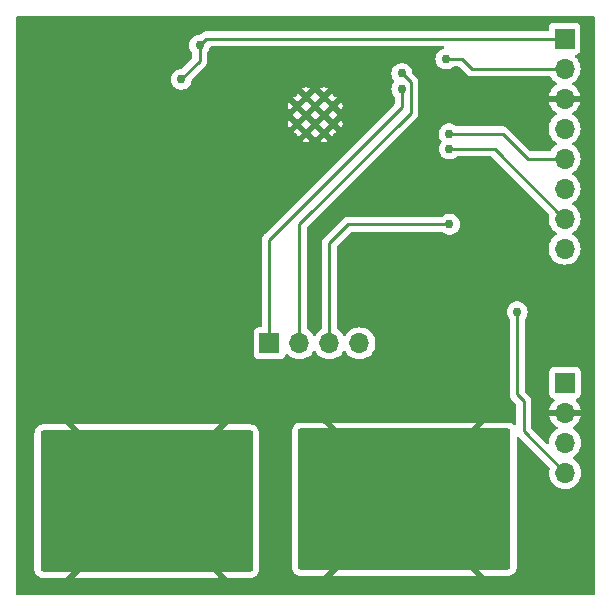
<source format=gbl>
%TF.GenerationSoftware,KiCad,Pcbnew,8.0.0*%
%TF.CreationDate,2024-12-08T13:18:30+05:30*%
%TF.ProjectId,RFID_1,52464944-5f31-42e6-9b69-6361645f7063,rev?*%
%TF.SameCoordinates,Original*%
%TF.FileFunction,Copper,L2,Bot*%
%TF.FilePolarity,Positive*%
%FSLAX46Y46*%
G04 Gerber Fmt 4.6, Leading zero omitted, Abs format (unit mm)*
G04 Created by KiCad (PCBNEW 8.0.0) date 2024-12-08 13:18:30*
%MOMM*%
%LPD*%
G01*
G04 APERTURE LIST*
G04 Aperture macros list*
%AMRoundRect*
0 Rectangle with rounded corners*
0 $1 Rounding radius*
0 $2 $3 $4 $5 $6 $7 $8 $9 X,Y pos of 4 corners*
0 Add a 4 corners polygon primitive as box body*
4,1,4,$2,$3,$4,$5,$6,$7,$8,$9,$2,$3,0*
0 Add four circle primitives for the rounded corners*
1,1,$1+$1,$2,$3*
1,1,$1+$1,$4,$5*
1,1,$1+$1,$6,$7*
1,1,$1+$1,$8,$9*
0 Add four rect primitives between the rounded corners*
20,1,$1+$1,$2,$3,$4,$5,0*
20,1,$1+$1,$4,$5,$6,$7,0*
20,1,$1+$1,$6,$7,$8,$9,0*
20,1,$1+$1,$8,$9,$2,$3,0*%
G04 Aperture macros list end*
%TA.AperFunction,ComponentPad*%
%ADD10R,1.700000X1.700000*%
%TD*%
%TA.AperFunction,ComponentPad*%
%ADD11O,1.700000X1.700000*%
%TD*%
%TA.AperFunction,HeatsinkPad*%
%ADD12C,0.600000*%
%TD*%
%TA.AperFunction,SMDPad,CuDef*%
%ADD13RoundRect,0.250000X8.750000X-5.750000X8.750000X5.750000X-8.750000X5.750000X-8.750000X-5.750000X0*%
%TD*%
%TA.AperFunction,ViaPad*%
%ADD14C,0.762000*%
%TD*%
%TA.AperFunction,Conductor*%
%ADD15C,0.254000*%
%TD*%
G04 APERTURE END LIST*
D10*
%TO.P,J3,1,Pin_1*%
%TO.N,/5V*%
X173990000Y-108534200D03*
D11*
%TO.P,J3,2,Pin_2*%
%TO.N,GND*%
X173990000Y-111074200D03*
%TO.P,J3,3,Pin_3*%
%TO.N,/12V*%
X173990000Y-113614200D03*
%TO.P,J3,4,Pin_4*%
%TO.N,Net-(J3-Pin_4)*%
X173990000Y-116154200D03*
%TD*%
D10*
%TO.P,J1,1,Pin_1*%
%TO.N,Net-(J1-Pin_1)*%
X148955600Y-105196800D03*
D11*
%TO.P,J1,2,Pin_2*%
%TO.N,Net-(J1-Pin_2)*%
X151495600Y-105196800D03*
%TO.P,J1,3,Pin_3*%
%TO.N,/BOOT*%
X154035600Y-105196800D03*
%TO.P,J1,4,Pin_4*%
%TO.N,/EN*%
X156575600Y-105196800D03*
%TD*%
D12*
%TO.P,U1,39,GND*%
%TO.N,GND*%
X151300200Y-85088900D03*
X151300200Y-86613900D03*
X152062700Y-84326400D03*
X152062700Y-85851400D03*
X152062700Y-87376400D03*
X152825200Y-85088900D03*
X152825200Y-86613900D03*
X153587700Y-84326400D03*
X153587700Y-85851400D03*
X153587700Y-87376400D03*
X154350200Y-85088900D03*
X154350200Y-86613900D03*
%TD*%
D10*
%TO.P,J2,1,Pin_1*%
%TO.N,VDD*%
X173939200Y-79400400D03*
D11*
%TO.P,J2,2,Pin_2*%
%TO.N,/RST*%
X173939200Y-81940400D03*
%TO.P,J2,3,Pin_3*%
%TO.N,GND*%
X173939200Y-84480400D03*
%TO.P,J2,4,Pin_4*%
%TO.N,/NC*%
X173939200Y-87020400D03*
%TO.P,J2,5,Pin_5*%
%TO.N,/MISO*%
X173939200Y-89560400D03*
%TO.P,J2,6,Pin_6*%
%TO.N,/MOSI*%
X173939200Y-92100400D03*
%TO.P,J2,7,Pin_7*%
%TO.N,/SCK*%
X173939200Y-94640400D03*
%TO.P,J2,8,Pin_8*%
%TO.N,/SDA*%
X173939200Y-97180400D03*
%TD*%
D13*
%TO.P,J5,1,Pin_1*%
%TO.N,GND*%
X138557000Y-118567200D03*
%TD*%
%TO.P,J4,1,Pin_1*%
%TO.N,GND*%
X160372700Y-118404400D03*
%TD*%
D14*
%TO.N,Net-(J3-Pin_4)*%
X169925000Y-102525000D03*
%TO.N,GND*%
X171450000Y-111125000D03*
X135890000Y-116840000D03*
X137160000Y-115570000D03*
X137160000Y-120650000D03*
X154962500Y-118125000D03*
X158772500Y-116855000D03*
X135890000Y-119380000D03*
X156232500Y-114315000D03*
X133350000Y-115570000D03*
X135890000Y-115570000D03*
X137160000Y-114300000D03*
X134620000Y-115570000D03*
X163830000Y-107950000D03*
X163500000Y-78450000D03*
X156232500Y-116855000D03*
X158772500Y-118125000D03*
X157502500Y-115585000D03*
X132080000Y-119380000D03*
X133350000Y-114300000D03*
X162175000Y-110875000D03*
X132080000Y-114300000D03*
X153692500Y-121935000D03*
X153692500Y-120665000D03*
X153692500Y-115585000D03*
X157502500Y-116855000D03*
X158772500Y-114315000D03*
X158772500Y-119395000D03*
X134620000Y-114300000D03*
X132080000Y-115570000D03*
X156232500Y-118125000D03*
X157502500Y-120665000D03*
X156232500Y-120665000D03*
X157502500Y-114315000D03*
X134620000Y-120650000D03*
X137160000Y-118110000D03*
X157502500Y-118125000D03*
X157502500Y-121935000D03*
X133350000Y-119380000D03*
X130810000Y-119380000D03*
X137160000Y-119380000D03*
X154962500Y-121935000D03*
X130810000Y-114300000D03*
X135890000Y-121920000D03*
X130810000Y-118110000D03*
X130810000Y-121920000D03*
X153692500Y-119395000D03*
X158772500Y-120665000D03*
X130810000Y-120650000D03*
X166370000Y-107950000D03*
X153692500Y-114315000D03*
X137160000Y-121920000D03*
X135890000Y-118110000D03*
X158772500Y-121935000D03*
X130810000Y-116840000D03*
X132080000Y-118110000D03*
X154962500Y-120665000D03*
X143075000Y-78600000D03*
X153692500Y-116855000D03*
X154962500Y-119395000D03*
X135890000Y-120650000D03*
X152422500Y-119395000D03*
X135890000Y-114300000D03*
X152422500Y-121935000D03*
X134620000Y-116840000D03*
X133350000Y-120650000D03*
X134620000Y-121920000D03*
X153692500Y-118125000D03*
X157502500Y-119395000D03*
X132080000Y-121920000D03*
X152422500Y-114315000D03*
X132080000Y-120650000D03*
X152422500Y-120665000D03*
X137160000Y-116840000D03*
X156232500Y-121935000D03*
X171450000Y-84575000D03*
X152422500Y-118125000D03*
X152422500Y-115585000D03*
X154962500Y-116855000D03*
X158772500Y-115585000D03*
X133350000Y-118110000D03*
X156232500Y-115585000D03*
X156232500Y-119395000D03*
X130810000Y-115570000D03*
X134620000Y-118110000D03*
X132080000Y-116840000D03*
X152422500Y-116855000D03*
X154962500Y-115585000D03*
X134620000Y-119380000D03*
X133350000Y-121920000D03*
X133350000Y-116840000D03*
X154962500Y-114315000D03*
%TO.N,VDD*%
X143052800Y-79959200D03*
X141478000Y-82854800D03*
%TO.N,Net-(J1-Pin_2)*%
X160172400Y-82346800D03*
%TO.N,Net-(J1-Pin_1)*%
X160172400Y-83667600D03*
%TO.N,/BOOT*%
X164185600Y-95123000D03*
%TO.N,/SCK*%
X164185600Y-88747600D03*
%TO.N,/MISO*%
X164160200Y-87452200D03*
%TO.N,/RST*%
X163900000Y-81125000D03*
%TD*%
D15*
%TO.N,Net-(J3-Pin_4)*%
X170475000Y-110075000D02*
X170475000Y-112639200D01*
X169925000Y-102525000D02*
X169925000Y-109525000D01*
X169925000Y-109525000D02*
X170475000Y-110075000D01*
X170475000Y-112639200D02*
X173990000Y-116154200D01*
%TO.N,GND*%
X173990000Y-111074200D02*
X171500800Y-111074200D01*
X171500800Y-111074200D02*
X171450000Y-111125000D01*
X171544600Y-84480400D02*
X171450000Y-84575000D01*
X162175000Y-110875000D02*
X162175000Y-108425000D01*
X162175000Y-108425000D02*
X161800000Y-108050000D01*
X173939200Y-84480400D02*
X171544600Y-84480400D01*
%TO.N,VDD*%
X173939200Y-79400400D02*
X143611600Y-79400400D01*
X143611600Y-79400400D02*
X143052800Y-79959200D01*
X143052800Y-79959200D02*
X143052800Y-81280000D01*
X143052800Y-81280000D02*
X141478000Y-82854800D01*
%TO.N,Net-(J1-Pin_2)*%
X160934400Y-85665600D02*
X151495600Y-95104400D01*
X160934400Y-83108800D02*
X160934400Y-85665600D01*
X151495600Y-95104400D02*
X151495600Y-105196800D01*
X160172400Y-82346800D02*
X160934400Y-83108800D01*
%TO.N,Net-(J1-Pin_1)*%
X160172400Y-83667600D02*
X160172400Y-85202600D01*
X160172400Y-85202600D02*
X148955600Y-96419400D01*
X148955600Y-96419400D02*
X148955600Y-105196800D01*
%TO.N,/BOOT*%
X164185600Y-95123000D02*
X155602000Y-95123000D01*
X154035600Y-96689400D02*
X154035600Y-105196800D01*
X155602000Y-95123000D02*
X154035600Y-96689400D01*
%TO.N,/SCK*%
X168022600Y-88747600D02*
X173915400Y-94640400D01*
X173915400Y-94640400D02*
X173939200Y-94640400D01*
X164185600Y-88747600D02*
X168022600Y-88747600D01*
%TO.N,/MISO*%
X168702200Y-87452200D02*
X170810400Y-89560400D01*
X164160200Y-87452200D02*
X168702200Y-87452200D01*
X170810400Y-89560400D02*
X173939200Y-89560400D01*
%TO.N,/RST*%
X163900000Y-81125000D02*
X165250000Y-81125000D01*
X166065400Y-81940400D02*
X173939200Y-81940400D01*
X165250000Y-81125000D02*
X166065400Y-81940400D01*
%TD*%
%TA.AperFunction,Conductor*%
%TO.N,GND*%
G36*
X176442439Y-77520285D02*
G01*
X176488194Y-77573089D01*
X176499400Y-77624600D01*
X176499400Y-126375500D01*
X176479715Y-126442539D01*
X176426911Y-126488294D01*
X176375400Y-126499500D01*
X127624500Y-126499500D01*
X127557461Y-126479815D01*
X127511706Y-126427011D01*
X127500500Y-126375500D01*
X127500500Y-124367171D01*
X129057000Y-124367171D01*
X129057001Y-124367187D01*
X129067494Y-124469897D01*
X129122641Y-124636319D01*
X129122643Y-124636324D01*
X129214684Y-124785545D01*
X129338654Y-124909515D01*
X129487875Y-125001556D01*
X129487880Y-125001558D01*
X129654302Y-125056705D01*
X129654309Y-125056706D01*
X129757019Y-125067199D01*
X131703446Y-125067199D01*
X131703447Y-125067198D01*
X132410552Y-125067198D01*
X132410553Y-125067199D01*
X144703446Y-125067199D01*
X144703446Y-125067198D01*
X138557000Y-118920753D01*
X132410552Y-125067198D01*
X131703447Y-125067198D01*
X138203445Y-118567200D01*
X138910553Y-118567200D01*
X145410552Y-125067199D01*
X147356972Y-125067199D01*
X147356986Y-125067198D01*
X147459697Y-125056705D01*
X147626119Y-125001558D01*
X147626124Y-125001556D01*
X147775345Y-124909515D01*
X147899315Y-124785545D01*
X147991356Y-124636324D01*
X147991358Y-124636319D01*
X148046505Y-124469897D01*
X148046506Y-124469890D01*
X148056999Y-124367186D01*
X148056999Y-124204371D01*
X150872700Y-124204371D01*
X150872701Y-124204387D01*
X150883194Y-124307097D01*
X150938341Y-124473519D01*
X150938343Y-124473524D01*
X151030384Y-124622745D01*
X151154354Y-124746715D01*
X151303575Y-124838756D01*
X151303580Y-124838758D01*
X151470002Y-124893905D01*
X151470009Y-124893906D01*
X151572719Y-124904399D01*
X153519146Y-124904399D01*
X153519147Y-124904398D01*
X154226252Y-124904398D01*
X154226253Y-124904399D01*
X166519146Y-124904399D01*
X166519146Y-124904398D01*
X160372700Y-118757953D01*
X154226252Y-124904398D01*
X153519147Y-124904398D01*
X160019147Y-118404400D01*
X160726253Y-118404400D01*
X167226252Y-124904399D01*
X169172672Y-124904399D01*
X169172686Y-124904398D01*
X169275397Y-124893905D01*
X169441819Y-124838758D01*
X169441824Y-124838756D01*
X169591045Y-124746715D01*
X169715015Y-124622745D01*
X169807056Y-124473524D01*
X169807058Y-124473519D01*
X169862205Y-124307097D01*
X169862206Y-124307090D01*
X169872699Y-124204386D01*
X169872699Y-113223680D01*
X169892384Y-113156641D01*
X169945188Y-113110886D01*
X170014346Y-113100942D01*
X170077902Y-113129967D01*
X170084380Y-113135999D01*
X172649164Y-115700783D01*
X172682649Y-115762106D01*
X172681258Y-115820556D01*
X172654939Y-115918783D01*
X172654936Y-115918796D01*
X172634341Y-116154199D01*
X172634341Y-116154200D01*
X172654936Y-116389603D01*
X172654938Y-116389613D01*
X172716094Y-116617855D01*
X172716096Y-116617859D01*
X172716097Y-116617863D01*
X172815965Y-116832030D01*
X172815967Y-116832034D01*
X172924281Y-116986721D01*
X172951505Y-117025601D01*
X173118599Y-117192695D01*
X173215384Y-117260465D01*
X173312165Y-117328232D01*
X173312167Y-117328233D01*
X173312170Y-117328235D01*
X173526337Y-117428103D01*
X173754592Y-117489263D01*
X173942918Y-117505739D01*
X173989999Y-117509859D01*
X173990000Y-117509859D01*
X173990001Y-117509859D01*
X174029234Y-117506426D01*
X174225408Y-117489263D01*
X174453663Y-117428103D01*
X174667830Y-117328235D01*
X174861401Y-117192695D01*
X175028495Y-117025601D01*
X175164035Y-116832030D01*
X175263903Y-116617863D01*
X175325063Y-116389608D01*
X175345659Y-116154200D01*
X175325063Y-115918792D01*
X175263903Y-115690537D01*
X175164035Y-115476371D01*
X175028495Y-115282799D01*
X175028494Y-115282797D01*
X174861402Y-115115706D01*
X174861396Y-115115701D01*
X174675842Y-114985775D01*
X174632217Y-114931198D01*
X174625023Y-114861700D01*
X174656546Y-114799345D01*
X174675842Y-114782625D01*
X174698026Y-114767091D01*
X174861401Y-114652695D01*
X175028495Y-114485601D01*
X175164035Y-114292030D01*
X175263903Y-114077863D01*
X175325063Y-113849608D01*
X175345659Y-113614200D01*
X175325063Y-113378792D01*
X175263903Y-113150537D01*
X175164035Y-112936371D01*
X175140658Y-112902984D01*
X175028494Y-112742797D01*
X174861402Y-112575706D01*
X174861401Y-112575705D01*
X174675405Y-112445469D01*
X174631781Y-112390892D01*
X174624588Y-112321393D01*
X174656110Y-112259039D01*
X174675405Y-112242319D01*
X174861082Y-112112305D01*
X175028105Y-111945282D01*
X175163600Y-111751778D01*
X175263429Y-111537692D01*
X175263432Y-111537686D01*
X175320636Y-111324200D01*
X174423012Y-111324200D01*
X174455925Y-111267193D01*
X174490000Y-111140026D01*
X174490000Y-111008374D01*
X174455925Y-110881207D01*
X174423012Y-110824200D01*
X175320636Y-110824200D01*
X175320635Y-110824199D01*
X175263432Y-110610713D01*
X175263429Y-110610707D01*
X175163600Y-110396622D01*
X175163599Y-110396620D01*
X175028113Y-110203126D01*
X175028108Y-110203120D01*
X174906053Y-110081065D01*
X174872568Y-110019742D01*
X174877552Y-109950050D01*
X174919424Y-109894117D01*
X174950400Y-109877202D01*
X175082331Y-109827996D01*
X175197546Y-109741746D01*
X175283796Y-109626531D01*
X175334091Y-109491683D01*
X175340500Y-109432073D01*
X175340499Y-107636328D01*
X175334091Y-107576717D01*
X175283796Y-107441869D01*
X175283795Y-107441868D01*
X175283793Y-107441864D01*
X175197547Y-107326655D01*
X175197544Y-107326652D01*
X175082335Y-107240406D01*
X175082328Y-107240402D01*
X174947482Y-107190108D01*
X174947483Y-107190108D01*
X174887883Y-107183701D01*
X174887881Y-107183700D01*
X174887873Y-107183700D01*
X174887864Y-107183700D01*
X173092129Y-107183700D01*
X173092123Y-107183701D01*
X173032516Y-107190108D01*
X172897671Y-107240402D01*
X172897664Y-107240406D01*
X172782455Y-107326652D01*
X172782452Y-107326655D01*
X172696206Y-107441864D01*
X172696202Y-107441871D01*
X172645908Y-107576717D01*
X172639501Y-107636316D01*
X172639501Y-107636323D01*
X172639500Y-107636335D01*
X172639500Y-109432070D01*
X172639501Y-109432076D01*
X172645908Y-109491683D01*
X172696202Y-109626528D01*
X172696206Y-109626535D01*
X172782452Y-109741744D01*
X172782455Y-109741747D01*
X172897664Y-109827993D01*
X172897671Y-109827997D01*
X172897674Y-109827998D01*
X173029598Y-109877202D01*
X173085531Y-109919073D01*
X173109949Y-109984537D01*
X173095098Y-110052810D01*
X173073947Y-110081065D01*
X172951886Y-110203126D01*
X172816400Y-110396620D01*
X172816399Y-110396622D01*
X172716570Y-110610707D01*
X172716567Y-110610713D01*
X172659364Y-110824199D01*
X172659364Y-110824200D01*
X173556988Y-110824200D01*
X173524075Y-110881207D01*
X173490000Y-111008374D01*
X173490000Y-111140026D01*
X173524075Y-111267193D01*
X173556988Y-111324200D01*
X172659364Y-111324200D01*
X172716567Y-111537686D01*
X172716570Y-111537692D01*
X172816399Y-111751778D01*
X172951894Y-111945282D01*
X173118917Y-112112305D01*
X173304595Y-112242319D01*
X173348219Y-112296896D01*
X173355412Y-112366395D01*
X173323890Y-112428749D01*
X173304595Y-112445469D01*
X173118594Y-112575708D01*
X172951505Y-112742797D01*
X172815965Y-112936369D01*
X172815964Y-112936371D01*
X172716098Y-113150535D01*
X172716094Y-113150544D01*
X172654938Y-113378786D01*
X172654936Y-113378796D01*
X172633869Y-113619594D01*
X172632086Y-113619438D01*
X172614656Y-113678799D01*
X172561852Y-113724554D01*
X172492694Y-113734498D01*
X172429138Y-113705473D01*
X172422660Y-113699441D01*
X171138819Y-112415600D01*
X171105334Y-112354277D01*
X171102500Y-112327919D01*
X171102500Y-110013194D01*
X171078386Y-109891970D01*
X171078385Y-109891969D01*
X171078385Y-109891965D01*
X171031083Y-109777767D01*
X170984490Y-109708035D01*
X170984490Y-109708034D01*
X170962409Y-109674988D01*
X170588819Y-109301398D01*
X170555334Y-109240075D01*
X170552500Y-109213717D01*
X170552500Y-103193071D01*
X170572185Y-103126032D01*
X170584350Y-103110099D01*
X170642077Y-103045987D01*
X170734726Y-102885513D01*
X170791987Y-102709284D01*
X170811356Y-102525000D01*
X170791987Y-102340716D01*
X170734726Y-102164487D01*
X170642077Y-102004013D01*
X170593514Y-101950078D01*
X170518093Y-101866313D01*
X170518090Y-101866311D01*
X170518089Y-101866310D01*
X170518088Y-101866309D01*
X170368178Y-101757393D01*
X170368177Y-101757392D01*
X170198904Y-101682026D01*
X170198896Y-101682024D01*
X170017649Y-101643500D01*
X169832351Y-101643500D01*
X169651103Y-101682024D01*
X169651095Y-101682026D01*
X169481822Y-101757392D01*
X169331909Y-101866311D01*
X169331906Y-101866313D01*
X169207922Y-102004014D01*
X169115274Y-102164485D01*
X169058014Y-102340711D01*
X169058013Y-102340713D01*
X169038644Y-102525000D01*
X169058013Y-102709286D01*
X169058014Y-102709288D01*
X169115274Y-102885514D01*
X169207921Y-103045985D01*
X169265650Y-103110099D01*
X169295880Y-103173090D01*
X169297500Y-103193071D01*
X169297500Y-109586807D01*
X169321612Y-109708028D01*
X169321615Y-109708038D01*
X169335578Y-109741747D01*
X169368915Y-109822229D01*
X169368920Y-109822239D01*
X169437588Y-109925007D01*
X169437591Y-109925011D01*
X169811181Y-110298600D01*
X169844666Y-110359923D01*
X169847500Y-110386281D01*
X169847500Y-112019177D01*
X169827815Y-112086216D01*
X169775011Y-112131971D01*
X169705853Y-112141915D01*
X169642297Y-112112890D01*
X169635819Y-112106858D01*
X169591045Y-112062084D01*
X169441824Y-111970043D01*
X169441819Y-111970041D01*
X169275397Y-111914894D01*
X169275390Y-111914893D01*
X169172686Y-111904400D01*
X167226251Y-111904400D01*
X160726253Y-118404399D01*
X160726253Y-118404400D01*
X160019147Y-118404400D01*
X153519147Y-111904400D01*
X154226252Y-111904400D01*
X160372699Y-118050847D01*
X166519146Y-111904400D01*
X154226252Y-111904400D01*
X153519147Y-111904400D01*
X151572728Y-111904400D01*
X151572712Y-111904401D01*
X151470002Y-111914894D01*
X151303580Y-111970041D01*
X151303575Y-111970043D01*
X151154354Y-112062084D01*
X151030384Y-112186054D01*
X150938343Y-112335275D01*
X150938341Y-112335280D01*
X150883194Y-112501702D01*
X150883193Y-112501709D01*
X150872700Y-112604413D01*
X150872700Y-124204371D01*
X148056999Y-124204371D01*
X148056999Y-112767228D01*
X148056998Y-112767212D01*
X148046505Y-112664502D01*
X147991358Y-112498080D01*
X147991356Y-112498075D01*
X147899315Y-112348854D01*
X147775345Y-112224884D01*
X147626124Y-112132843D01*
X147626119Y-112132841D01*
X147459697Y-112077694D01*
X147459690Y-112077693D01*
X147356986Y-112067200D01*
X145410551Y-112067200D01*
X138910553Y-118567199D01*
X138910553Y-118567200D01*
X138203445Y-118567200D01*
X138203446Y-118567199D01*
X131703447Y-112067200D01*
X132410552Y-112067200D01*
X138556999Y-118213647D01*
X144703446Y-112067200D01*
X132410552Y-112067200D01*
X131703447Y-112067200D01*
X129757028Y-112067200D01*
X129757012Y-112067201D01*
X129654302Y-112077694D01*
X129487880Y-112132841D01*
X129487875Y-112132843D01*
X129338654Y-112224884D01*
X129214684Y-112348854D01*
X129122643Y-112498075D01*
X129122641Y-112498080D01*
X129067494Y-112664502D01*
X129067493Y-112664509D01*
X129057000Y-112767213D01*
X129057000Y-124367171D01*
X127500500Y-124367171D01*
X127500500Y-106094670D01*
X147605100Y-106094670D01*
X147605101Y-106094676D01*
X147611508Y-106154283D01*
X147661802Y-106289128D01*
X147661806Y-106289135D01*
X147748052Y-106404344D01*
X147748055Y-106404347D01*
X147863264Y-106490593D01*
X147863271Y-106490597D01*
X147998117Y-106540891D01*
X147998116Y-106540891D01*
X148005044Y-106541635D01*
X148057727Y-106547300D01*
X149853472Y-106547299D01*
X149913083Y-106540891D01*
X150047931Y-106490596D01*
X150163146Y-106404346D01*
X150249396Y-106289131D01*
X150298410Y-106157716D01*
X150340281Y-106101784D01*
X150405745Y-106077366D01*
X150474018Y-106092217D01*
X150502273Y-106113369D01*
X150624199Y-106235295D01*
X150720984Y-106303065D01*
X150817765Y-106370832D01*
X150817767Y-106370833D01*
X150817770Y-106370835D01*
X151031937Y-106470703D01*
X151260192Y-106531863D01*
X151436634Y-106547300D01*
X151495599Y-106552459D01*
X151495600Y-106552459D01*
X151495601Y-106552459D01*
X151554566Y-106547300D01*
X151731008Y-106531863D01*
X151959263Y-106470703D01*
X152173430Y-106370835D01*
X152367001Y-106235295D01*
X152534095Y-106068201D01*
X152664025Y-105882642D01*
X152718602Y-105839017D01*
X152788100Y-105831823D01*
X152850455Y-105863346D01*
X152867175Y-105882642D01*
X152997100Y-106068195D01*
X152997105Y-106068201D01*
X153164199Y-106235295D01*
X153260984Y-106303065D01*
X153357765Y-106370832D01*
X153357767Y-106370833D01*
X153357770Y-106370835D01*
X153571937Y-106470703D01*
X153800192Y-106531863D01*
X153976634Y-106547300D01*
X154035599Y-106552459D01*
X154035600Y-106552459D01*
X154035601Y-106552459D01*
X154094566Y-106547300D01*
X154271008Y-106531863D01*
X154499263Y-106470703D01*
X154713430Y-106370835D01*
X154907001Y-106235295D01*
X155074095Y-106068201D01*
X155204025Y-105882642D01*
X155258602Y-105839017D01*
X155328100Y-105831823D01*
X155390455Y-105863346D01*
X155407175Y-105882642D01*
X155537100Y-106068195D01*
X155537105Y-106068201D01*
X155704199Y-106235295D01*
X155800984Y-106303065D01*
X155897765Y-106370832D01*
X155897767Y-106370833D01*
X155897770Y-106370835D01*
X156111937Y-106470703D01*
X156340192Y-106531863D01*
X156516634Y-106547300D01*
X156575599Y-106552459D01*
X156575600Y-106552459D01*
X156575601Y-106552459D01*
X156634566Y-106547300D01*
X156811008Y-106531863D01*
X157039263Y-106470703D01*
X157253430Y-106370835D01*
X157447001Y-106235295D01*
X157614095Y-106068201D01*
X157749635Y-105874630D01*
X157849503Y-105660463D01*
X157910663Y-105432208D01*
X157931259Y-105196800D01*
X157910663Y-104961392D01*
X157849503Y-104733137D01*
X157749635Y-104518971D01*
X157744025Y-104510958D01*
X157614094Y-104325397D01*
X157447002Y-104158306D01*
X157446995Y-104158301D01*
X157253434Y-104022767D01*
X157253430Y-104022765D01*
X157253428Y-104022764D01*
X157039263Y-103922897D01*
X157039259Y-103922896D01*
X157039255Y-103922894D01*
X156811013Y-103861738D01*
X156811003Y-103861736D01*
X156575601Y-103841141D01*
X156575599Y-103841141D01*
X156340196Y-103861736D01*
X156340186Y-103861738D01*
X156111944Y-103922894D01*
X156111935Y-103922898D01*
X155897771Y-104022764D01*
X155897769Y-104022765D01*
X155704197Y-104158305D01*
X155537105Y-104325397D01*
X155407175Y-104510958D01*
X155352598Y-104554583D01*
X155283100Y-104561777D01*
X155220745Y-104530254D01*
X155204025Y-104510958D01*
X155074094Y-104325397D01*
X154907002Y-104158306D01*
X154907001Y-104158305D01*
X154715976Y-104024548D01*
X154672352Y-103969971D01*
X154663100Y-103922973D01*
X154663100Y-97000681D01*
X154682785Y-96933642D01*
X154699419Y-96913000D01*
X155825600Y-95786819D01*
X155886923Y-95753334D01*
X155913281Y-95750500D01*
X163510272Y-95750500D01*
X163577311Y-95770185D01*
X163589783Y-95779708D01*
X163742422Y-95890607D01*
X163911695Y-95965973D01*
X163911698Y-95965973D01*
X163911701Y-95965975D01*
X164092951Y-96004500D01*
X164278249Y-96004500D01*
X164459499Y-95965975D01*
X164459502Y-95965973D01*
X164459504Y-95965973D01*
X164516522Y-95940586D01*
X164628778Y-95890607D01*
X164778688Y-95781691D01*
X164780474Y-95779708D01*
X164806772Y-95750500D01*
X164902677Y-95643987D01*
X164995326Y-95483513D01*
X165052587Y-95307284D01*
X165071956Y-95123000D01*
X165052587Y-94938716D01*
X164995326Y-94762487D01*
X164902677Y-94602013D01*
X164828484Y-94519613D01*
X164778693Y-94464313D01*
X164778690Y-94464311D01*
X164778689Y-94464310D01*
X164778688Y-94464309D01*
X164628778Y-94355393D01*
X164628777Y-94355392D01*
X164459504Y-94280026D01*
X164459496Y-94280024D01*
X164278249Y-94241500D01*
X164092951Y-94241500D01*
X163911703Y-94280024D01*
X163911695Y-94280026D01*
X163742422Y-94355392D01*
X163674149Y-94404996D01*
X163592512Y-94464309D01*
X163592510Y-94464310D01*
X163587255Y-94468129D01*
X163586390Y-94466938D01*
X163530253Y-94493880D01*
X163510272Y-94495500D01*
X155540195Y-94495500D01*
X155418970Y-94519613D01*
X155418960Y-94519616D01*
X155304773Y-94566913D01*
X155304761Y-94566920D01*
X155229829Y-94616989D01*
X155229828Y-94616990D01*
X155201989Y-94635590D01*
X155201988Y-94635591D01*
X154023146Y-95814435D01*
X153635592Y-96201989D01*
X153601219Y-96236362D01*
X153548186Y-96289394D01*
X153548185Y-96289396D01*
X153478833Y-96393189D01*
X153477186Y-96397793D01*
X153432214Y-96506364D01*
X153432214Y-96506365D01*
X153413105Y-96602435D01*
X153413105Y-96602437D01*
X153408100Y-96627596D01*
X153408100Y-103922973D01*
X153388415Y-103990012D01*
X153355224Y-104024548D01*
X153164194Y-104158308D01*
X152997105Y-104325397D01*
X152867175Y-104510958D01*
X152812598Y-104554583D01*
X152743100Y-104561777D01*
X152680745Y-104530254D01*
X152664025Y-104510958D01*
X152534094Y-104325397D01*
X152367002Y-104158306D01*
X152367001Y-104158305D01*
X152175976Y-104024548D01*
X152132352Y-103969971D01*
X152123100Y-103922973D01*
X152123100Y-95415681D01*
X152142785Y-95348642D01*
X152159419Y-95328000D01*
X161421809Y-86065610D01*
X161421811Y-86065608D01*
X161452352Y-86019900D01*
X161490483Y-85962833D01*
X161504337Y-85929384D01*
X161537786Y-85848635D01*
X161561900Y-85727403D01*
X161561900Y-85603797D01*
X161561900Y-83046997D01*
X161553644Y-83005491D01*
X161537786Y-82925766D01*
X161508391Y-82854800D01*
X161490483Y-82811567D01*
X161490481Y-82811564D01*
X161490479Y-82811560D01*
X161421812Y-82708793D01*
X161383530Y-82670511D01*
X161334408Y-82621389D01*
X161089680Y-82376661D01*
X161056195Y-82315338D01*
X161054042Y-82301959D01*
X161039387Y-82162516D01*
X160982126Y-81986287D01*
X160971552Y-81967973D01*
X160928040Y-81892607D01*
X160889477Y-81825813D01*
X160840914Y-81771878D01*
X160765493Y-81688113D01*
X160765490Y-81688111D01*
X160765489Y-81688110D01*
X160765488Y-81688109D01*
X160615578Y-81579193D01*
X160615577Y-81579192D01*
X160446304Y-81503826D01*
X160446296Y-81503824D01*
X160265049Y-81465300D01*
X160079751Y-81465300D01*
X159898503Y-81503824D01*
X159898495Y-81503826D01*
X159729222Y-81579192D01*
X159579309Y-81688111D01*
X159579306Y-81688113D01*
X159455322Y-81825814D01*
X159362674Y-81986285D01*
X159305414Y-82162511D01*
X159305413Y-82162513D01*
X159286044Y-82346800D01*
X159305413Y-82531086D01*
X159305414Y-82531088D01*
X159362674Y-82707314D01*
X159436418Y-82835042D01*
X159455323Y-82867787D01*
X159506143Y-82924228D01*
X159536372Y-82987220D01*
X159527746Y-83056555D01*
X159506143Y-83090170D01*
X159455323Y-83146613D01*
X159455321Y-83146614D01*
X159455320Y-83146617D01*
X159362674Y-83307085D01*
X159305414Y-83483311D01*
X159305413Y-83483313D01*
X159286044Y-83667600D01*
X159305413Y-83851886D01*
X159305414Y-83851888D01*
X159362674Y-84028114D01*
X159455321Y-84188585D01*
X159513050Y-84252699D01*
X159543280Y-84315690D01*
X159544900Y-84335671D01*
X159544900Y-84891319D01*
X159525215Y-84958358D01*
X159508581Y-84979000D01*
X148555592Y-95931989D01*
X148530183Y-95957398D01*
X148468186Y-96019394D01*
X148468185Y-96019396D01*
X148398833Y-96123189D01*
X148397186Y-96127793D01*
X148352215Y-96236362D01*
X148352212Y-96236372D01*
X148337766Y-96309000D01*
X148337766Y-96309001D01*
X148328100Y-96357594D01*
X148328100Y-103722300D01*
X148308415Y-103789339D01*
X148255611Y-103835094D01*
X148204101Y-103846300D01*
X148057730Y-103846300D01*
X148057723Y-103846301D01*
X147998116Y-103852708D01*
X147863271Y-103903002D01*
X147863264Y-103903006D01*
X147748055Y-103989252D01*
X147748052Y-103989255D01*
X147661806Y-104104464D01*
X147661802Y-104104471D01*
X147611508Y-104239317D01*
X147605101Y-104298916D01*
X147605100Y-104298935D01*
X147605100Y-106094670D01*
X127500500Y-106094670D01*
X127500500Y-88093061D01*
X151699592Y-88093061D01*
X151713392Y-88101733D01*
X151713391Y-88101733D01*
X151883561Y-88161278D01*
X152062697Y-88181462D01*
X152062703Y-88181462D01*
X152241838Y-88161278D01*
X152241841Y-88161277D01*
X152412005Y-88101734D01*
X152412006Y-88101734D01*
X152425806Y-88093061D01*
X153224592Y-88093061D01*
X153238392Y-88101733D01*
X153238391Y-88101733D01*
X153408561Y-88161278D01*
X153587697Y-88181462D01*
X153587703Y-88181462D01*
X153766838Y-88161278D01*
X153766841Y-88161277D01*
X153937005Y-88101734D01*
X153937006Y-88101734D01*
X153950806Y-88093061D01*
X153950806Y-88093060D01*
X153587701Y-87729953D01*
X153587700Y-87729953D01*
X153224592Y-88093060D01*
X153224592Y-88093061D01*
X152425806Y-88093061D01*
X152425806Y-88093060D01*
X152062701Y-87729953D01*
X152062700Y-87729953D01*
X151699592Y-88093060D01*
X151699592Y-88093061D01*
X127500500Y-88093061D01*
X127500500Y-87330561D01*
X150937092Y-87330561D01*
X150950892Y-87339233D01*
X150950891Y-87339233D01*
X151121061Y-87398778D01*
X151163682Y-87403580D01*
X151228096Y-87430646D01*
X151267651Y-87488240D01*
X151273019Y-87512915D01*
X151277821Y-87555538D01*
X151337365Y-87725704D01*
X151346038Y-87739507D01*
X151689255Y-87396291D01*
X151962700Y-87396291D01*
X151977924Y-87433045D01*
X152006055Y-87461176D01*
X152042809Y-87476400D01*
X152082591Y-87476400D01*
X152119345Y-87461176D01*
X152147476Y-87433045D01*
X152162700Y-87396291D01*
X152162700Y-87376400D01*
X152416253Y-87376400D01*
X152779360Y-87739506D01*
X152811322Y-87735906D01*
X152839085Y-87735907D01*
X152871038Y-87739507D01*
X153214255Y-87396291D01*
X153487700Y-87396291D01*
X153502924Y-87433045D01*
X153531055Y-87461176D01*
X153567809Y-87476400D01*
X153607591Y-87476400D01*
X153644345Y-87461176D01*
X153672476Y-87433045D01*
X153687700Y-87396291D01*
X153687700Y-87376399D01*
X153941254Y-87376399D01*
X154304360Y-87739506D01*
X154304361Y-87739506D01*
X154313034Y-87725706D01*
X154313034Y-87725705D01*
X154372578Y-87555539D01*
X154377380Y-87512918D01*
X154404446Y-87448503D01*
X154462040Y-87408948D01*
X154486718Y-87403580D01*
X154529339Y-87398778D01*
X154699505Y-87339234D01*
X154699506Y-87339234D01*
X154713306Y-87330561D01*
X154713306Y-87330560D01*
X154350200Y-86967453D01*
X154297255Y-87020399D01*
X154297254Y-87020400D01*
X153941254Y-87376399D01*
X153687700Y-87376399D01*
X153687700Y-87356509D01*
X153672476Y-87319755D01*
X153644345Y-87291624D01*
X153607591Y-87276400D01*
X153567809Y-87276400D01*
X153531055Y-87291624D01*
X153502924Y-87319755D01*
X153487700Y-87356509D01*
X153487700Y-87396291D01*
X153214255Y-87396291D01*
X153234146Y-87376400D01*
X152878145Y-87020399D01*
X152825200Y-86967453D01*
X152772255Y-87020399D01*
X152772254Y-87020400D01*
X152416253Y-87376400D01*
X152162700Y-87376400D01*
X152162700Y-87356509D01*
X152147476Y-87319755D01*
X152119345Y-87291624D01*
X152082591Y-87276400D01*
X152042809Y-87276400D01*
X152006055Y-87291624D01*
X151977924Y-87319755D01*
X151962700Y-87356509D01*
X151962700Y-87396291D01*
X151689255Y-87396291D01*
X151709146Y-87376400D01*
X151300199Y-86967453D01*
X151300198Y-86967453D01*
X150937092Y-87330560D01*
X150937092Y-87330561D01*
X127500500Y-87330561D01*
X127500500Y-86613902D01*
X150495138Y-86613902D01*
X150515321Y-86793038D01*
X150574865Y-86963204D01*
X150583538Y-86977007D01*
X150926755Y-86633791D01*
X151200200Y-86633791D01*
X151215424Y-86670545D01*
X151243555Y-86698676D01*
X151280309Y-86713900D01*
X151320091Y-86713900D01*
X151356845Y-86698676D01*
X151384976Y-86670545D01*
X151400200Y-86633791D01*
X151400200Y-86613899D01*
X151653753Y-86613899D01*
X152062700Y-87022846D01*
X152451755Y-86633791D01*
X152725200Y-86633791D01*
X152740424Y-86670545D01*
X152768555Y-86698676D01*
X152805309Y-86713900D01*
X152845091Y-86713900D01*
X152881845Y-86698676D01*
X152909976Y-86670545D01*
X152925200Y-86633791D01*
X152925200Y-86613899D01*
X153178753Y-86613899D01*
X153587700Y-87022846D01*
X153976755Y-86633791D01*
X154250200Y-86633791D01*
X154265424Y-86670545D01*
X154293555Y-86698676D01*
X154330309Y-86713900D01*
X154370091Y-86713900D01*
X154406845Y-86698676D01*
X154434976Y-86670545D01*
X154450200Y-86633791D01*
X154450200Y-86613900D01*
X154703753Y-86613900D01*
X155066860Y-86977006D01*
X155066861Y-86977006D01*
X155075534Y-86963206D01*
X155075534Y-86963205D01*
X155135077Y-86793041D01*
X155135078Y-86793038D01*
X155155262Y-86613902D01*
X155155262Y-86613897D01*
X155135078Y-86434761D01*
X155075533Y-86264592D01*
X155066861Y-86250792D01*
X155066860Y-86250792D01*
X154703753Y-86613900D01*
X154450200Y-86613900D01*
X154450200Y-86594009D01*
X154434976Y-86557255D01*
X154406845Y-86529124D01*
X154370091Y-86513900D01*
X154330309Y-86513900D01*
X154293555Y-86529124D01*
X154265424Y-86557255D01*
X154250200Y-86594009D01*
X154250200Y-86633791D01*
X153976755Y-86633791D01*
X153996646Y-86613900D01*
X153643092Y-86260346D01*
X153587700Y-86204953D01*
X153532308Y-86260346D01*
X153532307Y-86260347D01*
X153178753Y-86613899D01*
X152925200Y-86613899D01*
X152925200Y-86594009D01*
X152909976Y-86557255D01*
X152881845Y-86529124D01*
X152845091Y-86513900D01*
X152805309Y-86513900D01*
X152768555Y-86529124D01*
X152740424Y-86557255D01*
X152725200Y-86594009D01*
X152725200Y-86633791D01*
X152451755Y-86633791D01*
X152471646Y-86613900D01*
X152118092Y-86260346D01*
X152062700Y-86204953D01*
X152007308Y-86260346D01*
X152007307Y-86260347D01*
X151653753Y-86613899D01*
X151400200Y-86613899D01*
X151400200Y-86594009D01*
X151384976Y-86557255D01*
X151356845Y-86529124D01*
X151320091Y-86513900D01*
X151280309Y-86513900D01*
X151243555Y-86529124D01*
X151215424Y-86557255D01*
X151200200Y-86594009D01*
X151200200Y-86633791D01*
X150926755Y-86633791D01*
X150946646Y-86613900D01*
X150946646Y-86613899D01*
X150583538Y-86250791D01*
X150583537Y-86250791D01*
X150574867Y-86264591D01*
X150574862Y-86264601D01*
X150515322Y-86434758D01*
X150515321Y-86434761D01*
X150495138Y-86613897D01*
X150495138Y-86613902D01*
X127500500Y-86613902D01*
X127500500Y-85897238D01*
X150937091Y-85897238D01*
X151300198Y-86260346D01*
X151300199Y-86260346D01*
X151671982Y-85888564D01*
X151689255Y-85871291D01*
X151962700Y-85871291D01*
X151977924Y-85908045D01*
X152006055Y-85936176D01*
X152042809Y-85951400D01*
X152082591Y-85951400D01*
X152119345Y-85936176D01*
X152147476Y-85908045D01*
X152162700Y-85871291D01*
X152162700Y-85851400D01*
X152416253Y-85851400D01*
X152453417Y-85888563D01*
X152825200Y-86260346D01*
X153214255Y-85871291D01*
X153487700Y-85871291D01*
X153502924Y-85908045D01*
X153531055Y-85936176D01*
X153567809Y-85951400D01*
X153607591Y-85951400D01*
X153644345Y-85936176D01*
X153672476Y-85908045D01*
X153687700Y-85871291D01*
X153687700Y-85851400D01*
X153941253Y-85851400D01*
X153978417Y-85888563D01*
X154350200Y-86260346D01*
X154350201Y-86260346D01*
X154713307Y-85897238D01*
X154709707Y-85865285D01*
X154709706Y-85837522D01*
X154713306Y-85805560D01*
X154350200Y-85442453D01*
X154294808Y-85497846D01*
X154294807Y-85497847D01*
X153941253Y-85851400D01*
X153687700Y-85851400D01*
X153687700Y-85831509D01*
X153672476Y-85794755D01*
X153644345Y-85766624D01*
X153607591Y-85751400D01*
X153567809Y-85751400D01*
X153531055Y-85766624D01*
X153502924Y-85794755D01*
X153487700Y-85831509D01*
X153487700Y-85871291D01*
X153214255Y-85871291D01*
X153234146Y-85851400D01*
X152880592Y-85497846D01*
X152825200Y-85442453D01*
X152769808Y-85497846D01*
X152769807Y-85497847D01*
X152416253Y-85851400D01*
X152162700Y-85851400D01*
X152162700Y-85831509D01*
X152147476Y-85794755D01*
X152119345Y-85766624D01*
X152082591Y-85751400D01*
X152042809Y-85751400D01*
X152006055Y-85766624D01*
X151977924Y-85794755D01*
X151962700Y-85831509D01*
X151962700Y-85871291D01*
X151689255Y-85871291D01*
X151709146Y-85851400D01*
X151300199Y-85442453D01*
X151300198Y-85442453D01*
X150937092Y-85805560D01*
X150940693Y-85837519D01*
X150940692Y-85865284D01*
X150937091Y-85897238D01*
X127500500Y-85897238D01*
X127500500Y-85088902D01*
X150495138Y-85088902D01*
X150515321Y-85268038D01*
X150574865Y-85438204D01*
X150583538Y-85452007D01*
X150926755Y-85108791D01*
X151200200Y-85108791D01*
X151215424Y-85145545D01*
X151243555Y-85173676D01*
X151280309Y-85188900D01*
X151320091Y-85188900D01*
X151356845Y-85173676D01*
X151384976Y-85145545D01*
X151400200Y-85108791D01*
X151400200Y-85088899D01*
X151653753Y-85088899D01*
X152062700Y-85497846D01*
X152451755Y-85108791D01*
X152725200Y-85108791D01*
X152740424Y-85145545D01*
X152768555Y-85173676D01*
X152805309Y-85188900D01*
X152845091Y-85188900D01*
X152881845Y-85173676D01*
X152909976Y-85145545D01*
X152925200Y-85108791D01*
X152925200Y-85088899D01*
X153178753Y-85088899D01*
X153587700Y-85497846D01*
X153976755Y-85108791D01*
X154250200Y-85108791D01*
X154265424Y-85145545D01*
X154293555Y-85173676D01*
X154330309Y-85188900D01*
X154370091Y-85188900D01*
X154406845Y-85173676D01*
X154434976Y-85145545D01*
X154450200Y-85108791D01*
X154450200Y-85088900D01*
X154703753Y-85088900D01*
X155066860Y-85452006D01*
X155066861Y-85452006D01*
X155075534Y-85438206D01*
X155075534Y-85438205D01*
X155135077Y-85268041D01*
X155135078Y-85268038D01*
X155155262Y-85088902D01*
X155155262Y-85088897D01*
X155135078Y-84909761D01*
X155075533Y-84739592D01*
X155066861Y-84725792D01*
X155066860Y-84725792D01*
X154703753Y-85088900D01*
X154450200Y-85088900D01*
X154450200Y-85069009D01*
X154434976Y-85032255D01*
X154406845Y-85004124D01*
X154370091Y-84988900D01*
X154330309Y-84988900D01*
X154293555Y-85004124D01*
X154265424Y-85032255D01*
X154250200Y-85069009D01*
X154250200Y-85108791D01*
X153976755Y-85108791D01*
X153996646Y-85088900D01*
X153623466Y-84715720D01*
X153587700Y-84679953D01*
X153551934Y-84715720D01*
X153551933Y-84715721D01*
X153178753Y-85088899D01*
X152925200Y-85088899D01*
X152925200Y-85069009D01*
X152909976Y-85032255D01*
X152881845Y-85004124D01*
X152845091Y-84988900D01*
X152805309Y-84988900D01*
X152768555Y-85004124D01*
X152740424Y-85032255D01*
X152725200Y-85069009D01*
X152725200Y-85108791D01*
X152451755Y-85108791D01*
X152471646Y-85088900D01*
X152098466Y-84715720D01*
X152062700Y-84679953D01*
X152026934Y-84715720D01*
X152026933Y-84715721D01*
X151653753Y-85088899D01*
X151400200Y-85088899D01*
X151400200Y-85069009D01*
X151384976Y-85032255D01*
X151356845Y-85004124D01*
X151320091Y-84988900D01*
X151280309Y-84988900D01*
X151243555Y-85004124D01*
X151215424Y-85032255D01*
X151200200Y-85069009D01*
X151200200Y-85108791D01*
X150926755Y-85108791D01*
X150946646Y-85088900D01*
X150946646Y-85088899D01*
X150583538Y-84725791D01*
X150583537Y-84725791D01*
X150574867Y-84739591D01*
X150574862Y-84739601D01*
X150515322Y-84909758D01*
X150515321Y-84909761D01*
X150495138Y-85088897D01*
X150495138Y-85088902D01*
X127500500Y-85088902D01*
X127500500Y-84372238D01*
X150937091Y-84372238D01*
X151300198Y-84735346D01*
X151300199Y-84735346D01*
X151671983Y-84363564D01*
X151689255Y-84346291D01*
X151962700Y-84346291D01*
X151977924Y-84383045D01*
X152006055Y-84411176D01*
X152042809Y-84426400D01*
X152082591Y-84426400D01*
X152119345Y-84411176D01*
X152147476Y-84383045D01*
X152162700Y-84346291D01*
X152162700Y-84326399D01*
X152416253Y-84326399D01*
X152825200Y-84735346D01*
X153196983Y-84363564D01*
X153214255Y-84346291D01*
X153487700Y-84346291D01*
X153502924Y-84383045D01*
X153531055Y-84411176D01*
X153567809Y-84426400D01*
X153607591Y-84426400D01*
X153644345Y-84411176D01*
X153672476Y-84383045D01*
X153687700Y-84346291D01*
X153687700Y-84326399D01*
X153941253Y-84326399D01*
X154350200Y-84735346D01*
X154350201Y-84735346D01*
X154713307Y-84372238D01*
X154699504Y-84363565D01*
X154529338Y-84304021D01*
X154486715Y-84299219D01*
X154422302Y-84272152D01*
X154382747Y-84214557D01*
X154377380Y-84189882D01*
X154372578Y-84147261D01*
X154313033Y-83977092D01*
X154304361Y-83963292D01*
X154304360Y-83963292D01*
X153941253Y-84326398D01*
X153941253Y-84326399D01*
X153687700Y-84326399D01*
X153687700Y-84306509D01*
X153672476Y-84269755D01*
X153644345Y-84241624D01*
X153607591Y-84226400D01*
X153567809Y-84226400D01*
X153531055Y-84241624D01*
X153502924Y-84269755D01*
X153487700Y-84306509D01*
X153487700Y-84346291D01*
X153214255Y-84346291D01*
X153234146Y-84326399D01*
X153234146Y-84326398D01*
X152871037Y-83963290D01*
X152839085Y-83966891D01*
X152811322Y-83966892D01*
X152779360Y-83963291D01*
X152416253Y-84326398D01*
X152416253Y-84326399D01*
X152162700Y-84326399D01*
X152162700Y-84306509D01*
X152147476Y-84269755D01*
X152119345Y-84241624D01*
X152082591Y-84226400D01*
X152042809Y-84226400D01*
X152006055Y-84241624D01*
X151977924Y-84269755D01*
X151962700Y-84306509D01*
X151962700Y-84346291D01*
X151689255Y-84346291D01*
X151709146Y-84326399D01*
X151709146Y-84326398D01*
X151346038Y-83963291D01*
X151346037Y-83963291D01*
X151337367Y-83977091D01*
X151337362Y-83977101D01*
X151277822Y-84147258D01*
X151273019Y-84189884D01*
X151245952Y-84254298D01*
X151188356Y-84293852D01*
X151163684Y-84299219D01*
X151121058Y-84304022D01*
X150950901Y-84363562D01*
X150950894Y-84363566D01*
X150937091Y-84372237D01*
X150937091Y-84372238D01*
X127500500Y-84372238D01*
X127500500Y-82854800D01*
X140591644Y-82854800D01*
X140593009Y-82867787D01*
X140611013Y-83039086D01*
X140611014Y-83039088D01*
X140668274Y-83215314D01*
X140692747Y-83257702D01*
X140760923Y-83375787D01*
X140804112Y-83423754D01*
X140884906Y-83513486D01*
X140884909Y-83513488D01*
X140884912Y-83513491D01*
X141005443Y-83601062D01*
X141034822Y-83622407D01*
X141204095Y-83697773D01*
X141204098Y-83697773D01*
X141204101Y-83697775D01*
X141385351Y-83736300D01*
X141570649Y-83736300D01*
X141751899Y-83697775D01*
X141751902Y-83697773D01*
X141751904Y-83697773D01*
X141819673Y-83667600D01*
X141921178Y-83622407D01*
X141938615Y-83609738D01*
X151699591Y-83609738D01*
X152062700Y-83972846D01*
X152062701Y-83972846D01*
X152425807Y-83609738D01*
X153224591Y-83609738D01*
X153587700Y-83972846D01*
X153587701Y-83972846D01*
X153950807Y-83609738D01*
X153937004Y-83601065D01*
X153766838Y-83541521D01*
X153587703Y-83521338D01*
X153587697Y-83521338D01*
X153408561Y-83541521D01*
X153408558Y-83541522D01*
X153238401Y-83601062D01*
X153238391Y-83601067D01*
X153224591Y-83609737D01*
X153224591Y-83609738D01*
X152425807Y-83609738D01*
X152412004Y-83601065D01*
X152241838Y-83541521D01*
X152062703Y-83521338D01*
X152062697Y-83521338D01*
X151883561Y-83541521D01*
X151883558Y-83541522D01*
X151713401Y-83601062D01*
X151713391Y-83601067D01*
X151699591Y-83609737D01*
X151699591Y-83609738D01*
X141938615Y-83609738D01*
X142071088Y-83513491D01*
X142195077Y-83375787D01*
X142287726Y-83215313D01*
X142344987Y-83039084D01*
X142359641Y-82899653D01*
X142386224Y-82835042D01*
X142395271Y-82824946D01*
X143540211Y-81680008D01*
X143556386Y-81655800D01*
X143608883Y-81577233D01*
X143630515Y-81525008D01*
X143656186Y-81463034D01*
X143680300Y-81341803D01*
X143680300Y-81218196D01*
X143680300Y-80627271D01*
X143699985Y-80560232D01*
X143712150Y-80544299D01*
X143769877Y-80480187D01*
X143862526Y-80319713D01*
X143919787Y-80143484D01*
X143920265Y-80138935D01*
X143946849Y-80074324D01*
X144004146Y-80034339D01*
X144043585Y-80027900D01*
X163641887Y-80027900D01*
X163708926Y-80047585D01*
X163754681Y-80100389D01*
X163764625Y-80169547D01*
X163735600Y-80233103D01*
X163676822Y-80270877D01*
X163667667Y-80273190D01*
X163626103Y-80282024D01*
X163626095Y-80282026D01*
X163456822Y-80357392D01*
X163306909Y-80466311D01*
X163306906Y-80466313D01*
X163182922Y-80604014D01*
X163090274Y-80764485D01*
X163033014Y-80940711D01*
X163033013Y-80940713D01*
X163013644Y-81125000D01*
X163033013Y-81309286D01*
X163033014Y-81309288D01*
X163090274Y-81485514D01*
X163113076Y-81525008D01*
X163182923Y-81645987D01*
X163213556Y-81680008D01*
X163306906Y-81783686D01*
X163306909Y-81783688D01*
X163306912Y-81783691D01*
X163456822Y-81892607D01*
X163626095Y-81967973D01*
X163626098Y-81967973D01*
X163626101Y-81967975D01*
X163807351Y-82006500D01*
X163992649Y-82006500D01*
X164173899Y-81967975D01*
X164173902Y-81967973D01*
X164173904Y-81967973D01*
X164235836Y-81940399D01*
X164343178Y-81892607D01*
X164493088Y-81783691D01*
X164493091Y-81783688D01*
X164498345Y-81779871D01*
X164499209Y-81781061D01*
X164555347Y-81754120D01*
X164575328Y-81752500D01*
X164938719Y-81752500D01*
X165005758Y-81772185D01*
X165026400Y-81788819D01*
X165577989Y-82340408D01*
X165641636Y-82404055D01*
X165665394Y-82427813D01*
X165665396Y-82427814D01*
X165768156Y-82496476D01*
X165768158Y-82496477D01*
X165768167Y-82496483D01*
X165789729Y-82505414D01*
X165789730Y-82505415D01*
X165789731Y-82505415D01*
X165882366Y-82543786D01*
X166003592Y-82567899D01*
X166003596Y-82567900D01*
X166003597Y-82567900D01*
X166127203Y-82567900D01*
X172665373Y-82567900D01*
X172732412Y-82587585D01*
X172766948Y-82620776D01*
X172900705Y-82811801D01*
X173067797Y-82978893D01*
X173067803Y-82978898D01*
X173253794Y-83109130D01*
X173297419Y-83163707D01*
X173304613Y-83233205D01*
X173273090Y-83295560D01*
X173253795Y-83312280D01*
X173068122Y-83442290D01*
X173068120Y-83442291D01*
X172901091Y-83609320D01*
X172901086Y-83609326D01*
X172765600Y-83802820D01*
X172765599Y-83802822D01*
X172665770Y-84016907D01*
X172665767Y-84016913D01*
X172608564Y-84230399D01*
X172608564Y-84230400D01*
X173506188Y-84230400D01*
X173473275Y-84287407D01*
X173439200Y-84414574D01*
X173439200Y-84546226D01*
X173473275Y-84673393D01*
X173506188Y-84730400D01*
X172608564Y-84730400D01*
X172665767Y-84943886D01*
X172665770Y-84943892D01*
X172765599Y-85157978D01*
X172901094Y-85351482D01*
X173068117Y-85518505D01*
X173253795Y-85648519D01*
X173297419Y-85703096D01*
X173304612Y-85772595D01*
X173273090Y-85834949D01*
X173253795Y-85851669D01*
X173067794Y-85981908D01*
X172900705Y-86148997D01*
X172765165Y-86342569D01*
X172765164Y-86342571D01*
X172665298Y-86556735D01*
X172665294Y-86556744D01*
X172604138Y-86784986D01*
X172604136Y-86784996D01*
X172583541Y-87020399D01*
X172604136Y-87255803D01*
X172604138Y-87255813D01*
X172665294Y-87484055D01*
X172665296Y-87484059D01*
X172665297Y-87484063D01*
X172698627Y-87555539D01*
X172765165Y-87698230D01*
X172765167Y-87698234D01*
X172900701Y-87891795D01*
X172900706Y-87891802D01*
X173067797Y-88058893D01*
X173067803Y-88058898D01*
X173253358Y-88188825D01*
X173296983Y-88243402D01*
X173304177Y-88312900D01*
X173272654Y-88375255D01*
X173253358Y-88391975D01*
X173067797Y-88521905D01*
X172900705Y-88688997D01*
X172766949Y-88880023D01*
X172712372Y-88923648D01*
X172665374Y-88932900D01*
X171121681Y-88932900D01*
X171054642Y-88913215D01*
X171034000Y-88896581D01*
X169102211Y-86964791D01*
X169102203Y-86964785D01*
X168999443Y-86896123D01*
X168999429Y-86896115D01*
X168958934Y-86879342D01*
X168958932Y-86879341D01*
X168885235Y-86848814D01*
X168885227Y-86848812D01*
X168764007Y-86824700D01*
X168764003Y-86824700D01*
X164835528Y-86824700D01*
X164768489Y-86805015D01*
X164756016Y-86795491D01*
X164603377Y-86684592D01*
X164434104Y-86609226D01*
X164434096Y-86609224D01*
X164252849Y-86570700D01*
X164067551Y-86570700D01*
X163886303Y-86609224D01*
X163886295Y-86609226D01*
X163717022Y-86684592D01*
X163567109Y-86793511D01*
X163567106Y-86793513D01*
X163443122Y-86931214D01*
X163350474Y-87091685D01*
X163293214Y-87267911D01*
X163293213Y-87267913D01*
X163273844Y-87452200D01*
X163293213Y-87636486D01*
X163293214Y-87636488D01*
X163350474Y-87812714D01*
X163423543Y-87939274D01*
X163443123Y-87973187D01*
X163495207Y-88031032D01*
X163525437Y-88094023D01*
X163516812Y-88163359D01*
X163495209Y-88196974D01*
X163468526Y-88226608D01*
X163468521Y-88226615D01*
X163375874Y-88387085D01*
X163318614Y-88563311D01*
X163318613Y-88563313D01*
X163299244Y-88747600D01*
X163318613Y-88931886D01*
X163318614Y-88931888D01*
X163375874Y-89108114D01*
X163448943Y-89234674D01*
X163468523Y-89268587D01*
X163511712Y-89316554D01*
X163592506Y-89406286D01*
X163592509Y-89406288D01*
X163592512Y-89406291D01*
X163742422Y-89515207D01*
X163911695Y-89590573D01*
X163911698Y-89590573D01*
X163911701Y-89590575D01*
X164092951Y-89629100D01*
X164278249Y-89629100D01*
X164459499Y-89590575D01*
X164459502Y-89590573D01*
X164459504Y-89590573D01*
X164527275Y-89560399D01*
X164628778Y-89515207D01*
X164778688Y-89406291D01*
X164778691Y-89406288D01*
X164783945Y-89402471D01*
X164784809Y-89403661D01*
X164840947Y-89376720D01*
X164860928Y-89375100D01*
X167711319Y-89375100D01*
X167778358Y-89394785D01*
X167799000Y-89411419D01*
X172593334Y-94205753D01*
X172626819Y-94267076D01*
X172625428Y-94325525D01*
X172604137Y-94404988D01*
X172604137Y-94404990D01*
X172583541Y-94640399D01*
X172583541Y-94640400D01*
X172604136Y-94875803D01*
X172604138Y-94875813D01*
X172665294Y-95104055D01*
X172665296Y-95104059D01*
X172665297Y-95104063D01*
X172760061Y-95307284D01*
X172765165Y-95318230D01*
X172765167Y-95318234D01*
X172900701Y-95511795D01*
X172900706Y-95511802D01*
X173067797Y-95678893D01*
X173067803Y-95678898D01*
X173253358Y-95808825D01*
X173296983Y-95863402D01*
X173304177Y-95932900D01*
X173272654Y-95995255D01*
X173253358Y-96011975D01*
X173067797Y-96141905D01*
X172900705Y-96308997D01*
X172765165Y-96502569D01*
X172765164Y-96502571D01*
X172665298Y-96716735D01*
X172665294Y-96716744D01*
X172604138Y-96944986D01*
X172604136Y-96944996D01*
X172583541Y-97180399D01*
X172583541Y-97180400D01*
X172604136Y-97415803D01*
X172604138Y-97415813D01*
X172665294Y-97644055D01*
X172665296Y-97644059D01*
X172665297Y-97644063D01*
X172765165Y-97858230D01*
X172765167Y-97858234D01*
X172873481Y-98012921D01*
X172900705Y-98051801D01*
X173067799Y-98218895D01*
X173164584Y-98286665D01*
X173261365Y-98354432D01*
X173261367Y-98354433D01*
X173261370Y-98354435D01*
X173475537Y-98454303D01*
X173703792Y-98515463D01*
X173892118Y-98531939D01*
X173939199Y-98536059D01*
X173939200Y-98536059D01*
X173939201Y-98536059D01*
X173978434Y-98532626D01*
X174174608Y-98515463D01*
X174402863Y-98454303D01*
X174617030Y-98354435D01*
X174810601Y-98218895D01*
X174977695Y-98051801D01*
X175113235Y-97858230D01*
X175213103Y-97644063D01*
X175274263Y-97415808D01*
X175294859Y-97180400D01*
X175274263Y-96944992D01*
X175213103Y-96716737D01*
X175113235Y-96502571D01*
X175036646Y-96393189D01*
X174977694Y-96308997D01*
X174810602Y-96141906D01*
X174810596Y-96141901D01*
X174625042Y-96011975D01*
X174581417Y-95957398D01*
X174574223Y-95887900D01*
X174605746Y-95825545D01*
X174625042Y-95808825D01*
X174663793Y-95781691D01*
X174810601Y-95678895D01*
X174977695Y-95511801D01*
X175113235Y-95318230D01*
X175213103Y-95104063D01*
X175274263Y-94875808D01*
X175294859Y-94640400D01*
X175291500Y-94602013D01*
X175288430Y-94566913D01*
X175274263Y-94404992D01*
X175213103Y-94176737D01*
X175113235Y-93962571D01*
X174977695Y-93768999D01*
X174977694Y-93768997D01*
X174810602Y-93601906D01*
X174810596Y-93601901D01*
X174625042Y-93471975D01*
X174581417Y-93417398D01*
X174574223Y-93347900D01*
X174605746Y-93285545D01*
X174625042Y-93268825D01*
X174647226Y-93253291D01*
X174810601Y-93138895D01*
X174977695Y-92971801D01*
X175113235Y-92778230D01*
X175213103Y-92564063D01*
X175274263Y-92335808D01*
X175294859Y-92100400D01*
X175274263Y-91864992D01*
X175213103Y-91636737D01*
X175113235Y-91422571D01*
X174977695Y-91228999D01*
X174977694Y-91228997D01*
X174810602Y-91061906D01*
X174810596Y-91061901D01*
X174625042Y-90931975D01*
X174581417Y-90877398D01*
X174574223Y-90807900D01*
X174605746Y-90745545D01*
X174625042Y-90728825D01*
X174647226Y-90713291D01*
X174810601Y-90598895D01*
X174977695Y-90431801D01*
X175113235Y-90238230D01*
X175213103Y-90024063D01*
X175274263Y-89795808D01*
X175294859Y-89560400D01*
X175274263Y-89324992D01*
X175227826Y-89151685D01*
X175213105Y-89096744D01*
X175213104Y-89096743D01*
X175213103Y-89096737D01*
X175113235Y-88882571D01*
X174977695Y-88688999D01*
X174977694Y-88688997D01*
X174810602Y-88521906D01*
X174810596Y-88521901D01*
X174625042Y-88391975D01*
X174581417Y-88337398D01*
X174574223Y-88267900D01*
X174605746Y-88205545D01*
X174625042Y-88188825D01*
X174736343Y-88110891D01*
X174810601Y-88058895D01*
X174977695Y-87891801D01*
X175113235Y-87698230D01*
X175213103Y-87484063D01*
X175274263Y-87255808D01*
X175294859Y-87020400D01*
X175274263Y-86784992D01*
X175213103Y-86556737D01*
X175113235Y-86342571D01*
X175055662Y-86260347D01*
X174977694Y-86148997D01*
X174810602Y-85981906D01*
X174810601Y-85981905D01*
X174624605Y-85851669D01*
X174580981Y-85797092D01*
X174573788Y-85727593D01*
X174605310Y-85665239D01*
X174624605Y-85648519D01*
X174810282Y-85518505D01*
X174977305Y-85351482D01*
X175112800Y-85157978D01*
X175212629Y-84943892D01*
X175212632Y-84943886D01*
X175269836Y-84730400D01*
X174372212Y-84730400D01*
X174405125Y-84673393D01*
X174439200Y-84546226D01*
X174439200Y-84414574D01*
X174405125Y-84287407D01*
X174372212Y-84230400D01*
X175269836Y-84230400D01*
X175269835Y-84230399D01*
X175212632Y-84016913D01*
X175212629Y-84016907D01*
X175112800Y-83802822D01*
X175112799Y-83802820D01*
X174977313Y-83609326D01*
X174977308Y-83609320D01*
X174810278Y-83442290D01*
X174624605Y-83312279D01*
X174580980Y-83257702D01*
X174573788Y-83188204D01*
X174605310Y-83125849D01*
X174624606Y-83109130D01*
X174713341Y-83046997D01*
X174810601Y-82978895D01*
X174977695Y-82811801D01*
X175113235Y-82618230D01*
X175213103Y-82404063D01*
X175274263Y-82175808D01*
X175294859Y-81940400D01*
X175274263Y-81704992D01*
X175215455Y-81485514D01*
X175213105Y-81476744D01*
X175213104Y-81476743D01*
X175213103Y-81476737D01*
X175113235Y-81262571D01*
X175082163Y-81218196D01*
X174977696Y-81069000D01*
X174928777Y-81020081D01*
X174855767Y-80947071D01*
X174822284Y-80885751D01*
X174827268Y-80816059D01*
X174869139Y-80760125D01*
X174900115Y-80743210D01*
X175031531Y-80694196D01*
X175146746Y-80607946D01*
X175232996Y-80492731D01*
X175283291Y-80357883D01*
X175289700Y-80298273D01*
X175289699Y-78502528D01*
X175283291Y-78442917D01*
X175232996Y-78308069D01*
X175232995Y-78308068D01*
X175232993Y-78308064D01*
X175146747Y-78192855D01*
X175146744Y-78192852D01*
X175031535Y-78106606D01*
X175031528Y-78106602D01*
X174896682Y-78056308D01*
X174896683Y-78056308D01*
X174837083Y-78049901D01*
X174837081Y-78049900D01*
X174837073Y-78049900D01*
X174837064Y-78049900D01*
X173041329Y-78049900D01*
X173041323Y-78049901D01*
X172981716Y-78056308D01*
X172846871Y-78106602D01*
X172846864Y-78106606D01*
X172731655Y-78192852D01*
X172731652Y-78192855D01*
X172645406Y-78308064D01*
X172645402Y-78308071D01*
X172595108Y-78442917D01*
X172588701Y-78502516D01*
X172588701Y-78502523D01*
X172588700Y-78502535D01*
X172588700Y-78648900D01*
X172569015Y-78715939D01*
X172516211Y-78761694D01*
X172464700Y-78772900D01*
X143549792Y-78772900D01*
X143428573Y-78797011D01*
X143428573Y-78797012D01*
X143428570Y-78797013D01*
X143428566Y-78797014D01*
X143361670Y-78824723D01*
X143361668Y-78824723D01*
X143314370Y-78844315D01*
X143211591Y-78912989D01*
X143147396Y-78977185D01*
X143083198Y-79041382D01*
X143021878Y-79074866D01*
X142995519Y-79077700D01*
X142960151Y-79077700D01*
X142778903Y-79116224D01*
X142778895Y-79116226D01*
X142609622Y-79191592D01*
X142459709Y-79300511D01*
X142459706Y-79300513D01*
X142335722Y-79438214D01*
X142243074Y-79598685D01*
X142185814Y-79774911D01*
X142185813Y-79774913D01*
X142166444Y-79959200D01*
X142185813Y-80143486D01*
X142185814Y-80143488D01*
X142243074Y-80319714D01*
X142335721Y-80480185D01*
X142393450Y-80544299D01*
X142423680Y-80607290D01*
X142425300Y-80627271D01*
X142425300Y-80968719D01*
X142405615Y-81035758D01*
X142388981Y-81056400D01*
X141508400Y-81936981D01*
X141447077Y-81970466D01*
X141420719Y-81973300D01*
X141385351Y-81973300D01*
X141204103Y-82011824D01*
X141204095Y-82011826D01*
X141034822Y-82087192D01*
X140884909Y-82196111D01*
X140884906Y-82196113D01*
X140760922Y-82333814D01*
X140668274Y-82494285D01*
X140611014Y-82670511D01*
X140611013Y-82670513D01*
X140596164Y-82811795D01*
X140591644Y-82854800D01*
X127500500Y-82854800D01*
X127500500Y-77624600D01*
X127520185Y-77557561D01*
X127572989Y-77511806D01*
X127624500Y-77500600D01*
X176375400Y-77500600D01*
X176442439Y-77520285D01*
G37*
%TD.AperFunction*%
%TD*%
M02*

</source>
